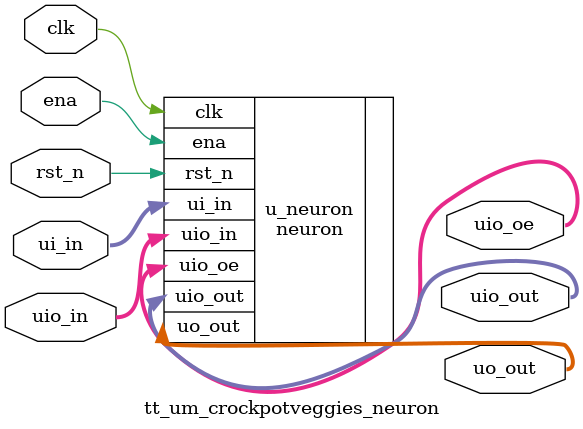
<source format=v>
/*
 * Copyright (c) 2024 Justin
 * SPDX-License-Identifier: Apache-2.0
 */

`default_nettype none

module tt_um_crockpotveggies_neuron (
`ifdef USE_POWER_PINS
    input  wire VGND,
    input  wire VPWR,
`endif
    input  wire [7:0] ui_in,    // Dedicated inputs
    output wire [7:0] uo_out,   // Dedicated outputs
    input  wire [7:0] uio_in,   // IOs: Input path
    output wire [7:0] uio_out,  // IOs: Output path
    output wire [7:0] uio_oe,   // IOs: Enable path (active high: 0=input, 1=output)
    input  wire       ena,      // design enabled
    input  wire       clk,      // clock
    input  wire       rst_n     // reset_n - low to reset
);

  neuron u_neuron (
`ifdef USE_POWER_PINS
      .VGND(VGND),
      .VPWR(VPWR),
`endif
      .ui_in(ui_in),
      .uo_out(uo_out),
      .uio_in(uio_in),
      .uio_out(uio_out),
      .uio_oe(uio_oe),
      .ena(ena),
      .clk(clk),
      .rst_n(rst_n)
  );

endmodule

</source>
